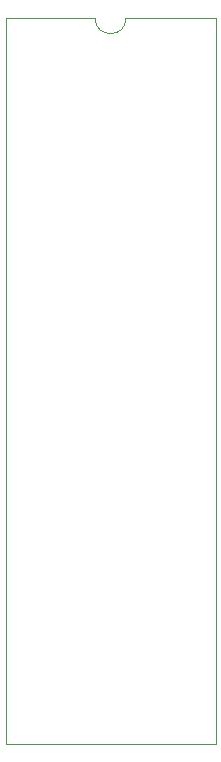
<source format=gbr>
%TF.GenerationSoftware,KiCad,Pcbnew,(6.0.0-rc1-45-gbfad40bdcc)*%
%TF.CreationDate,2022-03-06T12:58:35+01:00*%
%TF.ProjectId,Bluster,426c7573-7465-4722-9e6b-696361645f70,rev?*%
%TF.SameCoordinates,Original*%
%TF.FileFunction,Profile,NP*%
%FSLAX46Y46*%
G04 Gerber Fmt 4.6, Leading zero omitted, Abs format (unit mm)*
G04 Created by KiCad (PCBNEW (6.0.0-rc1-45-gbfad40bdcc)) date 2022-03-06 12:58:35*
%MOMM*%
%LPD*%
G01*
G04 APERTURE LIST*
%TA.AperFunction,Profile*%
%ADD10C,0.050000*%
%TD*%
G04 APERTURE END LIST*
D10*
X177800000Y-99514000D02*
X177800000Y-38100000D01*
X160020000Y-38100000D02*
X160020000Y-99514000D01*
X167600000Y-38100000D02*
X160020000Y-38100000D01*
X160020000Y-99514000D02*
X177800000Y-99514000D01*
X170220000Y-38100000D02*
X177800000Y-38100000D01*
X167600000Y-38100000D02*
G75*
G03*
X170220000Y-38100000I1310000J0D01*
G01*
M02*

</source>
